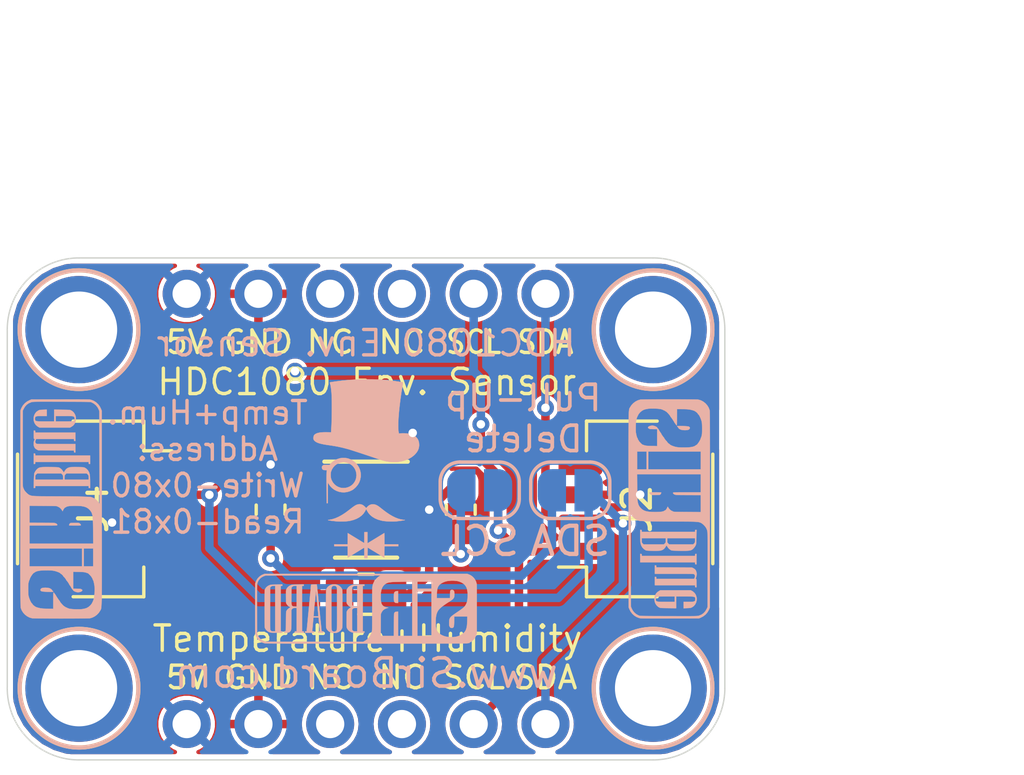
<source format=kicad_pcb>
(kicad_pcb (version 20171130) (host pcbnew "(5.1.2)-2")
  (title_block (title "HDC1080 Breakout") (date 2020-03-17) (rev 1) (company SirBoard) (comment 1 "Accuracy Temperature: ±0.2°C") (comment 2 "Accuracy Humidity: ±2%") (comment 3 "14 Bit I2C Temperature and Humidity Sensor") (comment 4 "HDC1080 - SirBlue"))
  (layers (0 F.Cu signal) (31 B.Cu signal) (34 B.Paste user hide) (35 F.Paste user hide) (36 B.SilkS user) (37 F.SilkS user) (38 B.Mask user hide) (39 F.Mask user hide) (44 Edge.Cuts user))
  (net 0 "")
  (net 1 GND)
  (net 2 5V)
  (net 3 "Net-(U1-Pad4)")
  (net 4 SDA)
  (net 5 SCL)
  (net 6 "Net-(JP1-Pad1)")
  (net 7 "Net-(JP2-Pad1)")
  (net 8 "Net-(U1-Pad3)")
  (net 9 "Net-(J1-Pad4)")
  (net 10 "Net-(J1-Pad3)")
  (net 11 "Net-(J3-Pad4)")
  (net 12 "Net-(J3-Pad3)")
  (module Package_SON:Texas_PWSON-N6 (layer F.Cu) (at 65.278 35.9918)
    (fp_text reference U1 hide)
    (fp_text value HDC1080)
    (pad 6 smd rect (at 1.4 -0.95) (size 0.6 0.4) (layers F.Cu F.Paste F.Mask) (net 5 SCL))
    (pad 5 smd rect (at 1.4 0) (size 0.6 0.4) (layers F.Cu F.Paste F.Mask) (net 2 5V))
    (pad 4 smd rect (at 1.4 0.95) (size 0.6 0.4) (layers F.Cu F.Paste F.Mask) (net 3 "Net-(U1-Pad4)"))
    (pad 3 smd rect (at -1.4 0.95) (size 0.6 0.4) (layers F.Cu F.Paste F.Mask) (net 8 "Net-(U1-Pad3)"))
    (pad 2 smd rect (at -1.4 0) (size 0.6 0.4) (layers F.Cu F.Paste F.Mask) (net 1 GND))
    (pad 1 smd rect (at -1.4 -0.95) (size 0.6 0.4) (layers F.Cu F.Paste F.Mask) (net 4 SDA))
    (pad 7 smd rect (at 0 0) (size 1.5 2.4) (layers F.Cu F.Paste F.Mask) (net 1 GND))
  )
  (module Resistor_SMD:R_0603_1608Metric (layer F.Cu) (at 61.8998 35.9918 270)
    (fp_text reference R8 hide)
    (fp_text value 10K)
    (pad 2 smd roundrect (at 0.7875 0 270) (size 0.875 0.95) (layers F.Cu F.Paste F.Mask) (net 7 "Net-(JP2-Pad1)"))
    (pad 1 smd roundrect (at -0.7875 0 270) (size 0.875 0.95) (layers F.Cu F.Paste F.Mask) (net 2 5V))
  )
  (module Resistor_SMD:R_0603_1608Metric (layer F.Cu) (at 68.6308 35.9918 270)
    (fp_text reference R6 hide)
    (fp_text value 10K)
    (pad 2 smd roundrect (at 0.7875 0 270) (size 0.875 0.95) (layers F.Cu F.Paste F.Mask) (net 6 "Net-(JP1-Pad1)"))
    (pad 1 smd roundrect (at -0.7875 0 270) (size 0.875 0.95) (layers F.Cu F.Paste F.Mask) (net 2 5V))
  )
  (module Jumper:SolderJumper-2_P1.3mm_Open_RoundedPad1.0x1.5mm (layer B.Cu) (at 72.5066 35.306)
    (fp_text reference SDA (at 0 1.8) (layer B.SilkS) (effects (justify mirror)))
    (fp_text value SolderJumper_2_Open)
    (pad 2 smd custom (at 0.65 0) (size 1 0.5) (layers B.Cu B.Mask) (net 4 SDA) (options (clearance outline) (anchor rect)) (primitives (gr_circle (center 0 -0.25) (end 0.5 -0.25) (width 0)) (gr_circle (center 0 0.25) (end 0.5 0.25) (width 0)) (gr_poly (pts (xy 0 0.75) (xy -0.5 0.75) (xy -0.5 -0.75) (xy 0 -0.75)) (width 0))))
    (pad 1 smd custom (at -0.65 0) (size 1 0.5) (layers B.Cu B.Mask) (net 7 "Net-(JP2-Pad1)") (options (clearance outline) (anchor rect)) (primitives (gr_circle (center 0 -0.25) (end 0.5 -0.25) (width 0)) (gr_circle (center 0 0.25) (end 0.5 0.25) (width 0)) (gr_poly (pts (xy 0 0.75) (xy 0.5 0.75) (xy 0.5 -0.75) (xy 0 -0.75)) (width 0))))
  )
  (module Jumper:SolderJumper-2_P1.3mm_Open_RoundedPad1.0x1.5mm (layer B.Cu) (at 69.3016 35.306)
    (fp_text reference SCL (at 0 1.8) (layer B.SilkS) (effects (justify mirror)))
    (fp_text value SolderJumper_2_Open)
    (pad 2 smd custom (at 0.65 0) (size 1 0.5) (layers B.Cu B.Mask) (net 5 SCL) (options (clearance outline) (anchor rect)) (primitives (gr_circle (center 0 -0.25) (end 0.5 -0.25) (width 0)) (gr_circle (center 0 0.25) (end 0.5 0.25) (width 0)) (gr_poly (pts (xy 0 0.75) (xy -0.5 0.75) (xy -0.5 -0.75) (xy 0 -0.75)) (width 0))))
    (pad 1 smd custom (at -0.65 0) (size 1 0.5) (layers B.Cu B.Mask) (net 6 "Net-(JP1-Pad1)") (options (clearance outline) (anchor rect)) (primitives (gr_circle (center 0 -0.25) (end 0.5 -0.25) (width 0)) (gr_circle (center 0 0.25) (end 0.5 0.25) (width 0)) (gr_poly (pts (xy 0 0.75) (xy 0.5 0.75) (xy 0.5 -0.75) (xy 0 -0.75)) (width 0))))
  )
  (module Capacitor_SMD:C_0603_1608Metric (layer F.Cu) (at 65.278 33.274 180)
    (fp_text reference C2 hide)
    (fp_text value 100nF)
    (pad 2 smd roundrect (at 0.7875 0 180) (size 0.875 0.95) (layers F.Cu F.Paste F.Mask) (net 1 GND))
    (pad 1 smd roundrect (at -0.7875 0 180) (size 0.875 0.95) (layers F.Cu F.Paste F.Mask) (net 2 5V))
  )
  (module Capacitor_SMD:C_0805_2012Metric (layer F.Cu) (at 65.278 38.989 180)
    (fp_text reference C1 hide)
    (fp_text value 4.7uF)
    (pad 2 smd roundrect (at 0.9375 0 180) (size 0.975 1.4) (layers F.Cu F.Paste F.Mask) (net 1 GND))
    (pad 1 smd roundrect (at -0.9375 0 180) (size 0.975 1.4) (layers F.Cu F.Paste F.Mask) (net 2 5V))
  )
  (module Connector_JST:JST_SH_SM04B-SRSS-TB_1x04-1MP_P1.00mm_Horizontal (layer F.Cu) (at 55.626 35.9664 270)
    (fp_text reference J4 (at 0 0 270) (layer F.SilkS))
    (fp_text value Conn_01x04)
    (pad MP smd roundrect (at 2.8 1.875 270) (size 1.2 1.8) (layers F.Cu F.Paste F.Mask) (roundrect_rratio 0.208333))
    (pad MP smd roundrect (at -2.8 1.875 270) (size 1.2 1.8) (layers F.Cu F.Paste F.Mask) (roundrect_rratio 0.208333))
    (pad 4 smd roundrect (at 1.5 -2 270) (size 0.6 1.55) (layers F.Cu F.Paste F.Mask) (net 1 GND))
    (pad 3 smd roundrect (at 0.5 -2 270) (size 0.6 1.55) (layers F.Cu F.Paste F.Mask) (net 2 5V))
    (pad 2 smd roundrect (at -0.5 -2 270) (size 0.6 1.55) (layers F.Cu F.Paste F.Mask) (net 4 SDA))
    (pad 1 smd roundrect (at -1.5 -2 270) (size 0.6 1.55) (layers F.Cu F.Paste F.Mask) (net 5 SCL))
  )
  (module logo:SirBoard79x25 (layer B.Cu) (at 65.278 39.497 180)
    (fp_text reference G*** hide)
    (fp_text value LOGO hide)
  )
  (module logo:logo63x89 (layer B.Cu) (at 65.278 34.544 180)
    (fp_text reference G*** hide)
    (fp_text value LOGO hide)
  )
  (module logo:SirBlue78x29 (layer B.Cu) (at 76.0095 35.9664 270)
    (fp_text reference G*** hide)
    (fp_text value LOGO hide)
  )
  (module logo:SirBlue78x29 (layer B.Cu) (at 54.483 35.9664 90)
    (fp_text reference G*** hide)
    (fp_text value LOGO hide)
  )
  (module Connector_PinHeader_2.54mm:PinHeader_1x06_P2.54mm_Vertical (layer B.Cu) (at 58.928 28.3464 270)
    (fp_text reference J3 hide)
    (fp_text value Conn_01x06)
    (pad 6 thru_hole oval (at 0 -12.7 270) (size 1.7 1.7) (drill 1) (layers *.Cu *.Mask) (net 4 SDA))
    (pad 5 thru_hole oval (at 0 -10.16 270) (size 1.7 1.7) (drill 1) (layers *.Cu *.Mask) (net 5 SCL))
    (pad 4 thru_hole oval (at 0 -7.62 270) (size 1.7 1.7) (drill 1) (layers *.Cu *.Mask) (net 11 "Net-(J3-Pad4)"))
    (pad 3 thru_hole oval (at 0 -5.08 270) (size 1.7 1.7) (drill 1) (layers *.Cu *.Mask) (net 12 "Net-(J3-Pad3)"))
    (pad 2 thru_hole oval (at 0 -2.54 270) (size 1.7 1.7) (drill 1) (layers *.Cu *.Mask) (net 1 GND))
    (pad 1 thru_hole circle (at 0 0 270) (size 1.7 1.7) (drill 1) (layers *.Cu *.Mask) (net 2 5V))
  )
  (module Connector_PinHeader_2.54mm:PinHeader_1x06_P2.54mm_Vertical (layer B.Cu) (at 58.928 43.5864 270)
    (fp_text reference J1 hide)
    (fp_text value Conn_01x06)
    (pad 6 thru_hole oval (at 0 -12.7 270) (size 1.7 1.7) (drill 1) (layers *.Cu *.Mask) (net 4 SDA))
    (pad 5 thru_hole oval (at 0 -10.16 270) (size 1.7 1.7) (drill 1) (layers *.Cu *.Mask) (net 5 SCL))
    (pad 4 thru_hole oval (at 0 -7.62 270) (size 1.7 1.7) (drill 1) (layers *.Cu *.Mask) (net 9 "Net-(J1-Pad4)"))
    (pad 3 thru_hole oval (at 0 -5.08 270) (size 1.7 1.7) (drill 1) (layers *.Cu *.Mask) (net 10 "Net-(J1-Pad3)"))
    (pad 2 thru_hole oval (at 0 -2.54 270) (size 1.7 1.7) (drill 1) (layers *.Cu *.Mask) (net 1 GND))
    (pad 1 thru_hole circle (at 0 0 270) (size 1.7 1.7) (drill 1) (layers *.Cu *.Mask) (net 2 5V))
  )
  (module Connector_JST:JST_SH_SM04B-SRSS-TB_1x04-1MP_P1.00mm_Horizontal (layer F.Cu) (at 74.8665 35.9664 90)
    (fp_text reference J2 (at 0 0 90) (layer F.SilkS))
    (fp_text value Conn_01x04)
    (pad MP smd roundrect (at 2.8 1.875 90) (size 1.2 1.8) (layers F.Cu F.Paste F.Mask) (roundrect_rratio 0.208333))
    (pad MP smd roundrect (at -2.8 1.875 90) (size 1.2 1.8) (layers F.Cu F.Paste F.Mask) (roundrect_rratio 0.208333))
    (pad 4 smd roundrect (at 1.5 -2 90) (size 0.6 1.55) (layers F.Cu F.Paste F.Mask) (net 1 GND))
    (pad 3 smd roundrect (at 0.5 -2 90) (size 0.6 1.55) (layers F.Cu F.Paste F.Mask) (net 2 5V))
    (pad 2 smd roundrect (at -0.5 -2 90) (size 0.6 1.55) (layers F.Cu F.Paste F.Mask) (net 4 SDA))
    (pad 1 smd roundrect (at -1.5 -2 90) (size 0.6 1.55) (layers F.Cu F.Paste F.Mask) (net 5 SCL))
  )
  (module SirBoardLibrary:MountingHole_M2.5_SirBoard (layer F.Cu) (at 55.118 42.3164 270)
    (fp_text reference H1 hide)
    (fp_text value MountingHole)
    (pad 1 thru_hole circle (at 0 0 270) (size 3.8 3.8) (drill 2.7) (layers *.Cu *.Mask))
  )
  (module SirBoardLibrary:MountingHole_M2.5_SirBoard (layer F.Cu) (at 55.118 29.6164 270)
    (fp_text reference H2 hide)
    (fp_text value MountingHole)
    (pad 1 thru_hole circle (at 0 0 270) (size 3.8 3.8) (drill 2.7) (layers *.Cu *.Mask))
  )
  (module SirBoardLibrary:MountingHole_M2.5_SirBoard (layer F.Cu) (at 75.438 42.3164 90)
    (fp_text reference H3 hide)
    (fp_text value MountingHole)
    (pad 1 thru_hole circle (at 0 0 90) (size 3.8 3.8) (drill 2.7) (layers *.Cu *.Mask))
  )
  (module SirBoardLibrary:MountingHole_M2.5_SirBoard (layer F.Cu) (at 75.438 29.6164 90)
    (fp_text reference H4 hide)
    (fp_text value MountingHole)
    (pad 1 thru_hole circle (at 0 0 90) (size 3.8 3.8) (drill 2.7) (layers *.Cu *.Mask))
  )
  (gr_text Temperature+Humidity (at 65.3288 40.5638) (layer F.SilkS) (effects (font (size 0.9 0.9) (thickness 0.12))))
  (gr_text "HDC1080 Env. Sensor" (at 65.3034 31.4706) (layer F.SilkS) (effects (font (size 0.9 0.9) (thickness 0.12))))
  (gr_text "Pull-Up\nDelete" (at 70.8406 32.766) (layer B.SilkS) (effects (font (size 0.9 0.9) (thickness 0.13)) (justify mirror)))
  (gr_text "Temp+Hum.\nAddress:\nWrite-0x80\nRead-0x81" (at 59.6646 34.4932) (layer B.SilkS) (effects (font (size 0.8 0.8) (thickness 0.12)) (justify mirror)))
  (gr_text SDA (at 71.628 30.0609) (layer F.SilkS) (effects (font (size 0.8 0.7) (thickness 0.12))))
  (gr_text SCL (at 69.088 30.0609) (layer F.SilkS) (effects (font (size 0.8 0.7) (thickness 0.12))))
  (gr_text 5V (at 58.928 30.0609) (layer F.SilkS) (effects (font (size 0.8 0.8) (thickness 0.12))))
  (gr_text GND (at 61.468 30.0609) (layer F.SilkS) (effects (font (size 0.8 0.8) (thickness 0.12))))
  (gr_text NC (at 64.008 30.0609) (layer F.SilkS) (effects (font (size 0.8 0.8) (thickness 0.12))))
  (gr_text NC (at 66.548 30.0609) (layer F.SilkS) (effects (font (size 0.8 0.8) (thickness 0.12))))
  (gr_text 5V (at 58.928 41.9354) (layer F.SilkS) (effects (font (size 0.8 0.8) (thickness 0.12))))
  (gr_text GND (at 61.468 41.9354) (layer F.SilkS) (effects (font (size 0.8 0.8) (thickness 0.12))))
  (gr_text NC (at 64.008 41.9354) (layer F.SilkS) (effects (font (size 0.8 0.8) (thickness 0.12))))
  (gr_text NC (at 66.548 41.9354) (layer F.SilkS) (effects (font (size 0.8 0.8) (thickness 0.12))))
  (gr_text SCL (at 69.088 41.9354) (layer F.SilkS) (effects (font (size 0.8 0.8) (thickness 0.12))))
  (gr_text SDA (at 71.628 41.9354) (layer F.SilkS) (effects (font (size 0.8 0.8) (thickness 0.12))))
  (gr_arc (start 55.118 29.6164) (end 55.118 27.0764) (angle -90) (layer Edge.Cuts) (width 0.05))
  (gr_arc (start 75.438 29.6164) (end 77.978 29.6164) (angle -90) (layer Edge.Cuts) (width 0.05))
  (gr_arc (start 75.438 42.3164) (end 75.438 44.8564) (angle -90) (layer Edge.Cuts) (width 0.05))
  (gr_arc (start 55.118 42.3164) (end 52.578 42.3164) (angle -90) (layer Edge.Cuts) (width 0.05))
  (gr_line (start 52.578 42.3164) (end 52.578 29.6164) (layer Edge.Cuts) (width 0.05))
  (gr_line (start 55.118 27.0764) (end 75.438 27.0764) (layer Edge.Cuts) (width 0.05))
  (gr_line (start 77.978 29.6164) (end 77.978 42.3164) (layer Edge.Cuts) (width 0.05))
  (gr_line (start 75.438 44.8564) (end 55.118 44.8564) (layer Edge.Cuts) (width 0.05))
  (gr_text "HDC1080 Env. Sensor" (at 65.278 30.099) (layer B.SilkS) (effects (font (size 0.9 0.9) (thickness 0.12)) (justify mirror)))
  (gr_text www.SirBoard.com (at 65.278 41.783) (layer B.SilkS) (effects (font (size 1 1) (thickness 0.13)) (justify mirror)))
  (segment (start 67.5132 35.9918) (end 67.5132 35.9918) (width 0.3) (layer F.Cu) (net 2))
  (segment (start 68.6308 35.2043) (end 68.3007 35.2043) (width 0.3) (layer F.Cu) (net 2))
  (segment (start 68.3007 35.2043) (end 67.5132 35.9918) (width 0.3) (layer F.Cu) (net 2))
  (segment (start 67.5132 35.9918) (end 66.678 35.9918) (width 0.3) (layer F.Cu) (net 2))
  (via (at 67.5132 35.9918) (size 0.6) (drill 0.3) (layers F.Cu B.Cu) (net 2))
  (segment (start 67.5132 36.416064) (end 67.5132 35.9918) (width 0.3) (layer F.Cu) (net 2))
  (segment (start 67.5132 38.2788) (end 67.5132 36.416064) (width 0.3) (layer F.Cu) (net 2))
  (segment (start 66.803 38.989) (end 67.5132 38.2788) (width 0.3) (layer F.Cu) (net 2))
  (segment (start 66.2155 38.989) (end 66.803 38.989) (width 0.3) (layer F.Cu) (net 2))
  (via (at 66.929 33.274) (size 0.6) (drill 0.3) (layers F.Cu B.Cu) (net 2))
  (segment (start 66.0655 33.274) (end 66.929 33.274) (width 0.3) (layer F.Cu) (net 2))
  (via (at 61.8998 34.3916) (size 0.6) (drill 0.3) (layers F.Cu B.Cu) (net 2))
  (segment (start 61.8998 35.2043) (end 61.8998 34.3916) (width 0.3) (layer F.Cu) (net 2))
  (via (at 74.9808 35.4584) (size 0.6) (drill 0.3) (layers F.Cu B.Cu) (net 2))
  (segment (start 72.8665 35.4664) (end 74.9728 35.4664) (width 0.3) (layer F.Cu) (net 2))
  (segment (start 74.9728 35.4664) (end 74.9808 35.4584) (width 0.3) (layer F.Cu) (net 2))
  (via (at 56.2864 36.449) (size 0.6) (drill 0.3) (layers F.Cu B.Cu) (net 2))
  (segment (start 57.626 36.4664) (end 56.3038 36.4664) (width 0.3) (layer F.Cu) (net 2))
  (segment (start 56.3038 36.4664) (end 56.2864 36.449) (width 0.3) (layer F.Cu) (net 2))
  (segment (start 63.278 35.0418) (end 63.0428 34.8066) (width 0.3) (layer F.Cu) (net 4))
  (segment (start 63.878 35.0418) (end 63.278 35.0418) (width 0.3) (layer F.Cu) (net 4))
  (segment (start 63.0428 34.8066) (end 63.0428 34.2646) (width 0.3) (layer F.Cu) (net 4))
  (segment (start 63.0428 34.2646) (end 62.4078 33.6296) (width 0.3) (layer F.Cu) (net 4))
  (segment (start 62.4078 33.6296) (end 61.5696 33.6296) (width 0.3) (layer F.Cu) (net 4))
  (segment (start 59.7328 35.4664) (end 59.7328 35.4664) (width 0.3) (layer F.Cu) (net 4))
  (segment (start 61.5696 33.6296) (end 59.7328 35.4664) (width 0.3) (layer F.Cu) (net 4))
  (segment (start 71.9915 36.4664) (end 72.8665 36.4664) (width 0.3) (layer F.Cu) (net 4))
  (segment (start 71.628 36.1029) (end 71.9915 36.4664) (width 0.3) (layer F.Cu) (net 4))
  (segment (start 71.628 28.3464) (end 71.628 32.385) (width 0.3) (layer B.Cu) (net 4))
  (via (at 74.3712 36.4744) (size 0.6) (drill 0.3) (layers F.Cu B.Cu) (net 4))
  (segment (start 73.1566 35.306) (end 73.2028 35.306) (width 0.3) (layer B.Cu) (net 4))
  (segment (start 73.2028 35.306) (end 74.3712 36.4744) (width 0.3) (layer B.Cu) (net 4))
  (segment (start 72.8745 36.4744) (end 72.8665 36.4664) (width 0.3) (layer F.Cu) (net 4))
  (segment (start 74.3712 36.4744) (end 72.8745 36.4744) (width 0.3) (layer F.Cu) (net 4))
  (segment (start 71.628 43.5864) (end 71.628 41.3766) (width 0.3) (layer B.Cu) (net 4))
  (segment (start 74.3712 38.6334) (end 74.3712 36.4744) (width 0.3) (layer B.Cu) (net 4))
  (segment (start 71.628 41.3766) (end 74.3712 38.6334) (width 0.3) (layer B.Cu) (net 4))
  (segment (start 59.7328 35.4664) (end 57.626 35.4664) (width 0.3) (layer F.Cu) (net 4))
  (via (at 59.7328 35.4664) (size 0.6) (drill 0.3) (layers F.Cu B.Cu) (net 4))
  (segment (start 59.7328 35.4664) (end 59.7328 37.3554) (width 0.3) (layer B.Cu) (net 4))
  (segment (start 59.7328 37.3554) (end 61.4934 39.116) (width 0.3) (layer B.Cu) (net 4))
  (segment (start 61.4934 39.116) (end 72.0852 39.116) (width 0.3) (layer B.Cu) (net 4))
  (segment (start 73.1566 38.0446) (end 73.1566 35.306) (width 0.3) (layer B.Cu) (net 4))
  (segment (start 72.0852 39.116) (end 73.1566 38.0446) (width 0.3) (layer B.Cu) (net 4))
  (segment (start 71.628 32.385) (end 71.628 36.1029) (width 0.3) (layer F.Cu) (net 4))
  (via (at 71.628 32.385) (size 0.6) (drill 0.3) (layers F.Cu B.Cu) (net 4))
  (via (at 69.9516 36.7284) (size 0.6) (drill 0.3) (layers F.Cu B.Cu) (net 5))
  (segment (start 72.8665 37.4664) (end 70.6896 37.4664) (width 0.3) (layer F.Cu) (net 5))
  (segment (start 70.6896 37.4664) (end 69.9516 36.7284) (width 0.3) (layer F.Cu) (net 5))
  (segment (start 69.9516 36.7284) (end 69.9516 35.306) (width 0.3) (layer B.Cu) (net 5))
  (segment (start 67.278 35.0418) (end 68.1568 34.163) (width 0.3) (layer F.Cu) (net 5))
  (segment (start 66.678 35.0418) (end 67.278 35.0418) (width 0.3) (layer F.Cu) (net 5))
  (segment (start 68.1568 34.163) (end 69.342 34.163) (width 0.3) (layer F.Cu) (net 5))
  (segment (start 69.9516 34.7726) (end 69.9516 36.7284) (width 0.3) (layer F.Cu) (net 5))
  (segment (start 69.342 34.163) (end 69.9516 34.7726) (width 0.3) (layer F.Cu) (net 5))
  (segment (start 69.342 34.163) (end 69.342 32.9692) (width 0.3) (layer F.Cu) (net 5))
  (segment (start 69.088 31.0896) (end 69.088 28.3464) (width 0.3) (layer B.Cu) (net 5))
  (segment (start 70.6896 41.9848) (end 69.088 43.5864) (width 0.3) (layer F.Cu) (net 5))
  (segment (start 70.6896 37.4664) (end 70.6896 41.9848) (width 0.3) (layer F.Cu) (net 5))
  (segment (start 57.626 34.4664) (end 59.3866 34.4664) (width 0.3) (layer F.Cu) (net 5))
  (segment (start 62.7634 31.0896) (end 69.088 31.0896) (width 0.3) (layer B.Cu) (net 5))
  (segment (start 59.3866 34.4664) (end 62.7634 31.0896) (width 0.3) (layer F.Cu) (net 5))
  (segment (start 69.342 31.3436) (end 69.088 31.0896) (width 0.3) (layer B.Cu) (net 5))
  (segment (start 69.342 32.9692) (end 69.342 31.3436) (width 0.3) (layer B.Cu) (net 5))
  (via (at 69.342 32.9692) (size 0.6) (drill 0.3) (layers F.Cu B.Cu) (net 5))
  (segment (start 62.7634 31.0896) (end 62.7634 31.0896) (width 0.3) (layer F.Cu) (net 5))
  (via (at 62.7634 31.0896) (size 0.6) (drill 0.3) (layers F.Cu B.Cu) (net 5))
  (via (at 68.6308 37.5666) (size 0.6) (drill 0.3) (layers F.Cu B.Cu) (net 6))
  (segment (start 68.6308 36.7793) (end 68.6308 37.5666) (width 0.3) (layer F.Cu) (net 6))
  (segment (start 68.6308 35.3268) (end 68.6516 35.306) (width 0.3) (layer B.Cu) (net 6))
  (segment (start 68.6308 37.5666) (end 68.6308 35.3268) (width 0.3) (layer B.Cu) (net 6))
  (via (at 61.8998 37.719) (size 0.6) (drill 0.3) (layers F.Cu B.Cu) (net 7))
  (segment (start 61.8998 36.7793) (end 61.8998 37.719) (width 0.3) (layer F.Cu) (net 7))
  (segment (start 71.8566 37.2618) (end 71.8566 35.306) (width 0.3) (layer B.Cu) (net 7))
  (segment (start 70.7898 38.3286) (end 71.8566 37.2618) (width 0.3) (layer B.Cu) (net 7))
  (segment (start 61.8998 37.719) (end 62.5094 38.3286) (width 0.3) (layer B.Cu) (net 7))
  (segment (start 62.5094 38.3286) (end 70.7898 38.3286) (width 0.3) (layer B.Cu) (net 7))
  (zone (net 2) (net_name 5V) (layer B.Cu) (connect_pads (clearance 0.15)) (min_thickness 0.15) (fill yes (arc_segments 32) (thermal_gap 0.2) (thermal_bridge_width 0.3))
    (polygon (pts (xy 52.7812 27.2796) (xy 77.7748 27.2796) (xy 77.7748 44.6532) (xy 52.7812 44.6532)))
  )
  (zone (net 1) (net_name GND) (layer F.Cu) (connect_pads (clearance 0.15)) (min_thickness 0.15) (fill yes (arc_segments 32) (thermal_gap 0.2) (thermal_bridge_width 0.3))
    (polygon (pts (xy 52.7812 27.2796) (xy 77.7748 27.2796) (xy 77.7748 44.6532) (xy 52.7812 44.6532)))
  )
)
</source>
